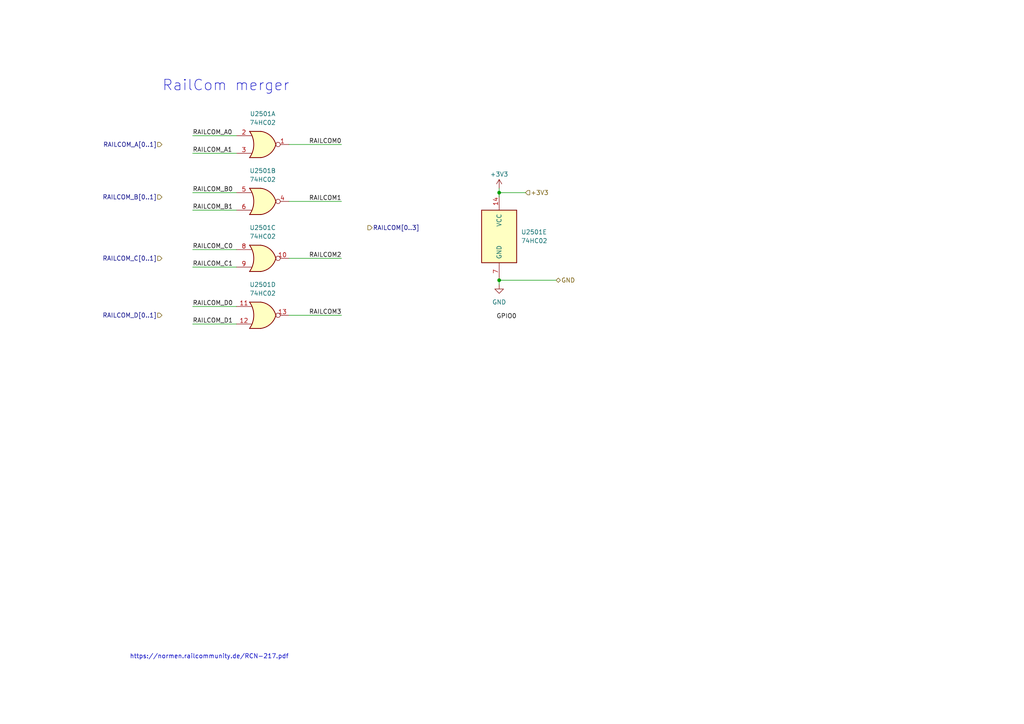
<source format=kicad_sch>
(kicad_sch (version 20231120) (generator "eeschema") (generator_version "8.0")
  (paper "A4")
  (lib_symbols
    (symbol "74xx:74HC02" (pin_names (offset 1.016))
      (property "Reference" "U" (at 0 1.27 0))
      (property "Value" "74HC02" (at 0 -1.27 0))
      (symbol "74HC02_1_1"
        (arc (start -3.81 -3.81) (mid -2.589 0) (end -3.81 3.81) (stroke (width 0.254)))
        (arc (start -0.6096 -3.81) (mid 2.1842 -2.5851) (end 3.81 0) (stroke (width 0.254)) (fill (type background)))
        (polyline (pts (xy -3.81 -3.81) (xy -0.635 -3.81)) (stroke (width 0.254)) (fill (type background)))
        (polyline (pts (xy -3.81 3.81) (xy -0.635 3.81)) (stroke (width 0.254)) (fill (type background)))
        (polyline (pts (xy -0.635 3.81) (xy -3.81 3.81) (xy -3.81 3.81) (xy -3.556 3.4036) (xy -3.0226 2.2606) (xy -2.6924 1.0414) (xy -2.6162 -0.254) (xy -2.7686 -1.4986) (xy -3.175 -2.7178) (xy -3.81 -3.81) (xy -3.81 -3.81) (xy -0.635 -3.81)) (stroke (width -25.4)) (fill (type background)))
        (arc (start 3.81 0) (mid 2.1915 2.5936) (end -0.6096 3.81) (stroke (width 0.254)) (fill (type background)))
        (pin output inverted (at 7.62 0 180) (length 3.81) (name "~") (number "1"))
        (pin input line (at -7.62 2.54 0) (length 4.318) (name "~") (number "2"))
        (pin input line (at -7.62 -2.54 0) (length 4.318) (name "~") (number "3"))
      )
      (symbol "74HC02_1_2"
        (arc (start 0 -3.81) (mid 3.7934 0) (end 0 3.81) (stroke (width 0.254)) (fill (type background)))
        (polyline (pts (xy 0 3.81) (xy -3.81 3.81) (xy -3.81 -3.81) (xy 0 -3.81)) (stroke (width 0.254)) (fill (type background)))
        (pin output line (at 7.62 0 180) (length 3.81) (name "~") (number "1"))
        (pin input inverted (at -7.62 2.54 0) (length 3.81) (name "~") (number "2"))
        (pin input inverted (at -7.62 -2.54 0) (length 3.81) (name "~") (number "3"))
      )
      (symbol "74HC02_2_1"
        (arc (start -3.81 -3.81) (mid -2.589 0) (end -3.81 3.81) (stroke (width 0.254)))
        (arc (start -0.6096 -3.81) (mid 2.1842 -2.5851) (end 3.81 0) (stroke (width 0.254)) (fill (type background)))
        (polyline (pts (xy -3.81 -3.81) (xy -0.635 -3.81)) (stroke (width 0.254)) (fill (type background)))
        (polyline (pts (xy -3.81 3.81) (xy -0.635 3.81)) (stroke (width 0.254)) (fill (type background)))
        (polyline (pts (xy -0.635 3.81) (xy -3.81 3.81) (xy -3.81 3.81) (xy -3.556 3.4036) (xy -3.0226 2.2606) (xy -2.6924 1.0414) (xy -2.6162 -0.254) (xy -2.7686 -1.4986) (xy -3.175 -2.7178) (xy -3.81 -3.81) (xy -3.81 -3.81) (xy -0.635 -3.81)) (stroke (width -25.4)) (fill (type background)))
        (arc (start 3.81 0) (mid 2.1915 2.5936) (end -0.6096 3.81) (stroke (width 0.254)) (fill (type background)))
        (pin output inverted (at 7.62 0 180) (length 3.81) (name "~") (number "4"))
        (pin input line (at -7.62 2.54 0) (length 4.318) (name "~") (number "5"))
        (pin input line (at -7.62 -2.54 0) (length 4.318) (name "~") (number "6"))
      )
      (symbol "74HC02_2_2"
        (arc (start 0 -3.81) (mid 3.7934 0) (end 0 3.81) (stroke (width 0.254)) (fill (type background)))
        (polyline (pts (xy 0 3.81) (xy -3.81 3.81) (xy -3.81 -3.81) (xy 0 -3.81)) (stroke (width 0.254)) (fill (type background)))
        (pin output line (at 7.62 0 180) (length 3.81) (name "~") (number "4"))
        (pin input inverted (at -7.62 2.54 0) (length 3.81) (name "~") (number "5"))
        (pin input inverted (at -7.62 -2.54 0) (length 3.81) (name "~") (number "6"))
      )
      (symbol "74HC02_3_1"
        (arc (start -3.81 -3.81) (mid -2.589 0) (end -3.81 3.81) (stroke (width 0.254)))
        (arc (start -0.6096 -3.81) (mid 2.1842 -2.5851) (end 3.81 0) (stroke (width 0.254)) (fill (type background)))
        (polyline (pts (xy -3.81 -3.81) (xy -0.635 -3.81)) (stroke (width 0.254)) (fill (type background)))
        (polyline (pts (xy -3.81 3.81) (xy -0.635 3.81)) (stroke (width 0.254)) (fill (type background)))
        (polyline (pts (xy -0.635 3.81) (xy -3.81 3.81) (xy -3.81 3.81) (xy -3.556 3.4036) (xy -3.0226 2.2606) (xy -2.6924 1.0414) (xy -2.6162 -0.254) (xy -2.7686 -1.4986) (xy -3.175 -2.7178) (xy -3.81 -3.81) (xy -3.81 -3.81) (xy -0.635 -3.81)) (stroke (width -25.4)) (fill (type background)))
        (arc (start 3.81 0) (mid 2.1915 2.5936) (end -0.6096 3.81) (stroke (width 0.254)) (fill (type background)))
        (pin output inverted (at 7.62 0 180) (length 3.81) (name "~") (number "10"))
        (pin input line (at -7.62 2.54 0) (length 4.318) (name "~") (number "8"))
        (pin input line (at -7.62 -2.54 0) (length 4.318) (name "~") (number "9"))
      )
      (symbol "74HC02_3_2"
        (arc (start 0 -3.81) (mid 3.7934 0) (end 0 3.81) (stroke (width 0.254)) (fill (type background)))
        (polyline (pts (xy 0 3.81) (xy -3.81 3.81) (xy -3.81 -3.81) (xy 0 -3.81)) (stroke (width 0.254)) (fill (type background)))
        (pin output line (at 7.62 0 180) (length 3.81) (name "~") (number "10"))
        (pin input inverted (at -7.62 2.54 0) (length 3.81) (name "~") (number "8"))
        (pin input inverted (at -7.62 -2.54 0) (length 3.81) (name "~") (number "9"))
      )
      (symbol "74HC02_4_1"
        (arc (start -3.81 -3.81) (mid -2.589 0) (end -3.81 3.81) (stroke (width 0.254)))
        (arc (start -0.6096 -3.81) (mid 2.1842 -2.5851) (end 3.81 0) (stroke (width 0.254)) (fill (type background)))
        (polyline (pts (xy -3.81 -3.81) (xy -0.635 -3.81)) (stroke (width 0.254)) (fill (type background)))
        (polyline (pts (xy -3.81 3.81) (xy -0.635 3.81)) (stroke (width 0.254)) (fill (type background)))
        (polyline (pts (xy -0.635 3.81) (xy -3.81 3.81) (xy -3.81 3.81) (xy -3.556 3.4036) (xy -3.0226 2.2606) (xy -2.6924 1.0414) (xy -2.6162 -0.254) (xy -2.7686 -1.4986) (xy -3.175 -2.7178) (xy -3.81 -3.81) (xy -3.81 -3.81) (xy -0.635 -3.81)) (stroke (width -25.4)) (fill (type background)))
        (arc (start 3.81 0) (mid 2.1915 2.5936) (end -0.6096 3.81) (stroke (width 0.254)) (fill (type background)))
        (pin input line (at -7.62 2.54 0) (length 4.318) (name "~") (number "11"))
        (pin input line (at -7.62 -2.54 0) (length 4.318) (name "~") (number "12"))
        (pin output inverted (at 7.62 0 180) (length 3.81) (name "~") (number "13"))
      )
      (symbol "74HC02_4_2"
        (arc (start 0 -3.81) (mid 3.7934 0) (end 0 3.81) (stroke (width 0.254)) (fill (type background)))
        (polyline (pts (xy 0 3.81) (xy -3.81 3.81) (xy -3.81 -3.81) (xy 0 -3.81)) (stroke (width 0.254)) (fill (type background)))
        (pin input inverted (at -7.62 2.54 0) (length 3.81) (name "~") (number "11"))
        (pin input inverted (at -7.62 -2.54 0) (length 3.81) (name "~") (number "12"))
        (pin output line (at 7.62 0 180) (length 3.81) (name "~") (number "13"))
      )
      (symbol "74HC02_5_0"
        (pin power_in line (at 0 12.7 270) (length 5.08) (name "VCC") (number "14"))
        (pin power_in line (at 0 -12.7 90) (length 5.08) (name "GND") (number "7"))
      )
      (symbol "74HC02_5_1"
        (rectangle (start -5.08 7.62) (end 5.08 -7.62) (stroke (width 0.254)) (fill (type background)))
      )
    )
    (symbol "power:+5V" (power) (pin_names (offset 0))
      (property "Value" "+5V" (at 0 3.556 0))
      (symbol "+5V_0_1"
        (polyline (pts (xy -0.762 1.27) (xy 0 2.54)))
        (polyline (pts (xy 0 0) (xy 0 2.54)))
        (polyline (pts (xy 0 2.54) (xy 0.762 1.27)))
      )
      (symbol "+5V_1_1"
        (pin power_in line (at 0 0 90) (length 0) hide (name "+5V") (number "1"))
      )
    )
    (symbol "power:GND" (power) (pin_names (offset 0))
      (property "Value" "GND" (at 0 -3.81 0))
      (symbol "GND_0_1"
        (polyline (pts (xy 0 0) (xy 0 -1.27) (xy 1.27 -1.27) (xy 0 -2.54) (xy -1.27 -1.27) (xy 0 -1.27)))
      )
      (symbol "GND_1_1"
        (pin power_in line (at 0 0 270) (length 0) hide (name "GND") (number "1"))
      )
    )
  )
  (junction (at 144.78 81.28))
  (junction (at 144.78 55.88))
  (wire (pts (xy 68.58 55.88) (xy 55.88 55.88)))
  (wire (pts (xy 144.78 55.88) (xy 144.78 54.61)))
  (wire (pts (xy 68.58 88.9) (xy 55.88 88.9)))
  (wire (pts (xy 83.82 91.44) (xy 99.06 91.44)))
  (wire (pts (xy 55.88 60.96) (xy 68.58 60.96)))
  (wire (pts (xy 83.82 58.42) (xy 99.06 58.42)))
  (wire (pts (xy 144.78 81.28) (xy 144.78 82.55)))
  (wire (pts (xy 68.58 72.39) (xy 55.88 72.39)))
  (wire (pts (xy 55.88 77.47) (xy 68.58 77.47)))
  (wire (pts (xy 55.88 44.45) (xy 68.58 44.45)))
  (wire (pts (xy 144.78 57.15) (xy 144.78 55.88)))
  (wire (pts (xy 55.88 93.98) (xy 68.58 93.98)))
  (wire (pts (xy 83.82 41.91) (xy 99.06 41.91)))
  (wire (pts (xy 144.78 55.88) (xy 152.4 55.88)))
  (wire (pts (xy 161.29 81.28) (xy 144.78 81.28)))
  (wire (pts (xy 83.82 74.93) (xy 99.06 74.93)))
  (wire (pts (xy 68.58 39.37) (xy 55.88 39.37)))
  (text "https://normen.railcommunity.de/RCN-217.pdf" (at 60.706 190.5 0) (effects (font (size 1.27 1.27))))
  (text "RailCom merger" (at 65.532 24.892 0) (effects (font (size 3.048 3.048))))
  (label "RAILCOM_D0" (at 55.88 88.9 0))
  (label "RAILCOM_A1" (at 55.88 44.45 0))
  (label "RAILCOM_B0" (at 55.88 55.88 0))
  (label "RAILCOM3" (at 99.06 91.44 180))
  (label "RAILCOM_B1" (at 55.88 60.96 0))
  (label "RAILCOM_C0" (at 55.88 72.39 0))
  (label "RAILCOM_C1" (at 55.88 77.47 0))
  (label "GPIO0" (at 149.86 92.71 180))
  (label "RAILCOM_A0" (at 55.88 39.37 0))
  (label "RAILCOM_D1" (at 55.88 93.98 0))
  (label "RAILCOM2" (at 99.06 74.93 180))
  (label "RAILCOM0" (at 99.06 41.91 180))
  (label "RAILCOM1" (at 99.06 58.42 180))
  (hierarchical_label "RAILCOM[0..3]" (shape output) (at 106.68 66.04 0))
  (hierarchical_label "+3V3" (shape input) (at 152.4 55.88 0))
  (hierarchical_label "RAILCOM_C[0..1]" (shape input) (at 46.99 74.93 180))
  (hierarchical_label "RAILCOM_D[0..1]" (shape input) (at 46.99 91.44 180))
  (hierarchical_label "RAILCOM_B[0..1]" (shape input) (at 46.99 57.15 180))
  (hierarchical_label "RAILCOM_A[0..1]" (shape input) (at 46.99 41.91 180))
  (hierarchical_label "GND" (shape bidirectional) (at 161.29 81.28 0))
  (symbol (lib_id "power:GND") (at 144.78 82.55 0) (unit 1)
    (property "Reference" "#PWR02502" (effects (hide yes)))
    (property "Value" "GND" (at 144.78 87.63 0))
    (property "Description" "Power symbol creates a global label with name \"GND\" , ground" (effects (hide yes)))
  )
  (symbol (lib_id "74xx:74HC02") (at 76.2 58.42 0) (unit 2)
    (property "Reference" "U2501" (at 76.2 49.53 0))
    (property "Value" "74HC02" (at 76.2 52.07 0))
    (property "Footprint" "Package_SO:SOIC-14-16_3.9x9.9mm_P1.27mm" (effects (hide yes)))
    (property "Datasheet" "http://www.ti.com/lit/gpn/sn74hc02" (effects (hide yes)))
    (property "Description" "quad 2-input NOR gate" (effects (hide yes)))
    (property "OLI_ID" "74HC02_SOIC-14" (effects (hide yes)))
  )
  (symbol (lib_id "power:+5V") (at 144.78 54.61 0) (unit 1)
    (property "Reference" "#PWR02501" (effects (hide yes)))
    (property "Value" "+3V3" (at 144.78 50.546 0))
    (property "Description" "Power symbol creates a global label with name \"+5V\"" (effects (hide yes)))
  )
  (symbol (lib_id "74xx:74HC02") (at 76.2 41.91 0) (unit 1)
    (property "Reference" "U2501" (at 76.2 33.02 0))
    (property "Value" "74HC02" (at 76.2 35.56 0))
    (property "Footprint" "Package_SO:SOIC-14-16_3.9x9.9mm_P1.27mm" (effects (hide yes)))
    (property "Datasheet" "http://www.ti.com/lit/gpn/sn74hc02" (effects (hide yes)))
    (property "Description" "quad 2-input NOR gate" (effects (hide yes)))
    (property "OLI_ID" "74HC02_SOIC-14" (effects (hide yes)))
  )
  (symbol (lib_id "74xx:74HC02") (at 76.2 91.44 0) (unit 4)
    (property "Reference" "U2501" (at 76.2 82.55 0))
    (property "Value" "74HC02" (at 76.2 85.09 0))
    (property "Footprint" "Package_SO:SOIC-14-16_3.9x9.9mm_P1.27mm" (effects (hide yes)))
    (property "Datasheet" "http://www.ti.com/lit/gpn/sn74hc02" (effects (hide yes)))
    (property "Description" "quad 2-input NOR gate" (effects (hide yes)))
    (property "OLI_ID" "74HC02_SOIC-14" (effects (hide yes)))
  )
  (symbol (lib_id "74xx:74HC02") (at 76.2 74.93 0) (unit 3)
    (property "Reference" "U2501" (at 76.2 66.04 0))
    (property "Value" "74HC02" (at 76.2 68.58 0))
    (property "Footprint" "Package_SO:SOIC-14-16_3.9x9.9mm_P1.27mm" (effects (hide yes)))
    (property "Datasheet" "http://www.ti.com/lit/gpn/sn74hc02" (effects (hide yes)))
    (property "Description" "quad 2-input NOR gate" (effects (hide yes)))
    (property "OLI_ID" "74HC02_SOIC-14" (effects (hide yes)))
  )
  (symbol (lib_id "74xx:74HC02") (at 144.78 68.58 0) (unit 5)
    (property "Reference" "U2501" (at 151.13 67.3099 0) (effects (justify left)))
    (property "Value" "74HC02" (at 151.13 69.8499 0) (effects (justify left)))
    (property "Footprint" "Package_SO:SOIC-14-16_3.9x9.9mm_P1.27mm" (effects (hide yes)))
    (property "Datasheet" "http://www.ti.com/lit/gpn/sn74hc02" (effects (hide yes)))
    (property "Description" "quad 2-input NOR gate" (effects (hide yes)))
    (property "OLI_ID" "74HC02_SOIC-14" (effects (hide yes)))
  )
)
</source>
